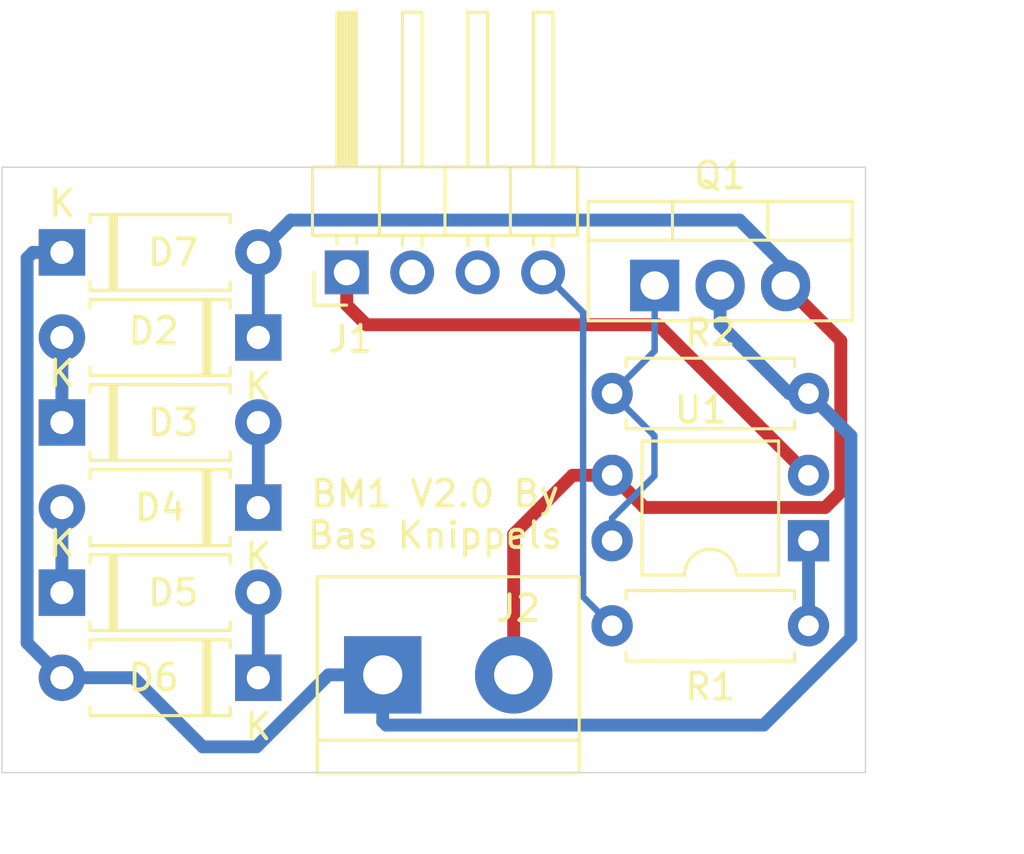
<source format=kicad_pcb>
(kicad_pcb (version 20171130) (host pcbnew "(5.1.6)-1")

  (general
    (thickness 1.6)
    (drawings 7)
    (tracks 49)
    (zones 0)
    (modules 13)
    (nets 13)
  )

  (page A4)
  (layers
    (0 F.Cu signal)
    (31 B.Cu signal)
    (32 B.Adhes user hide)
    (33 F.Adhes user hide)
    (34 B.Paste user hide)
    (35 F.Paste user hide)
    (36 B.SilkS user)
    (37 F.SilkS user)
    (38 B.Mask user hide)
    (39 F.Mask user hide)
    (40 Dwgs.User user)
    (41 Cmts.User user)
    (42 Eco1.User user hide)
    (43 Eco2.User user hide)
    (44 Edge.Cuts user)
    (45 Margin user hide)
    (46 B.CrtYd user hide)
    (47 F.CrtYd user hide)
    (48 B.Fab user hide)
    (49 F.Fab user hide)
  )

  (setup
    (last_trace_width 0.5)
    (user_trace_width 0.5)
    (trace_clearance 0.2)
    (zone_clearance 0.508)
    (zone_45_only no)
    (trace_min 0.2)
    (via_size 0.8)
    (via_drill 0.4)
    (via_min_size 0.4)
    (via_min_drill 0.3)
    (uvia_size 0.3)
    (uvia_drill 0.1)
    (uvias_allowed no)
    (uvia_min_size 0.2)
    (uvia_min_drill 0.1)
    (edge_width 0.05)
    (segment_width 0.2)
    (pcb_text_width 0.3)
    (pcb_text_size 1.5 1.5)
    (mod_edge_width 0.12)
    (mod_text_size 1 1)
    (mod_text_width 0.15)
    (pad_size 1.524 1.524)
    (pad_drill 0.762)
    (pad_to_mask_clearance 0.05)
    (aux_axis_origin 0 0)
    (visible_elements 7FFFFFFF)
    (pcbplotparams
      (layerselection 0x010fc_ffffffff)
      (usegerberextensions false)
      (usegerberattributes true)
      (usegerberadvancedattributes true)
      (creategerberjobfile true)
      (excludeedgelayer true)
      (linewidth 0.100000)
      (plotframeref false)
      (viasonmask false)
      (mode 1)
      (useauxorigin false)
      (hpglpennumber 1)
      (hpglpenspeed 20)
      (hpglpendiameter 15.000000)
      (psnegative false)
      (psa4output false)
      (plotreference true)
      (plotvalue true)
      (plotinvisibletext false)
      (padsonsilk false)
      (subtractmaskfromsilk false)
      (outputformat 1)
      (mirror false)
      (drillshape 0)
      (scaleselection 1)
      (outputdirectory ""))
  )

  (net 0 "")
  (net 1 "Net-(D2-Pad1)")
  (net 2 "Net-(D2-Pad2)")
  (net 3 "Net-(J1-Pad4)")
  (net 4 +5V)
  (net 5 GND)
  (net 6 "Net-(J1-Pad3)")
  (net 7 "Net-(D3-Pad2)")
  (net 8 "Net-(D4-Pad2)")
  (net 9 "Net-(D5-Pad2)")
  (net 10 "Net-(D6-Pad2)")
  (net 11 "Net-(Q1-Pad1)")
  (net 12 "Net-(R1-Pad1)")

  (net_class Default "This is the default net class."
    (clearance 0.2)
    (trace_width 0.25)
    (via_dia 0.8)
    (via_drill 0.4)
    (uvia_dia 0.3)
    (uvia_drill 0.1)
    (add_net +5V)
    (add_net GND)
    (add_net "Net-(D2-Pad1)")
    (add_net "Net-(D2-Pad2)")
    (add_net "Net-(D3-Pad2)")
    (add_net "Net-(D4-Pad2)")
    (add_net "Net-(D5-Pad2)")
    (add_net "Net-(D6-Pad2)")
    (add_net "Net-(J1-Pad3)")
    (add_net "Net-(J1-Pad4)")
    (add_net "Net-(Q1-Pad1)")
    (add_net "Net-(R1-Pad1)")
  )

  (module Resistor_THT:R_Axial_DIN0207_L6.3mm_D2.5mm_P7.62mm_Horizontal (layer F.Cu) (tedit 5AE5139B) (tstamp 61D9204A)
    (at 105.291 114.554 180)
    (descr "Resistor, Axial_DIN0207 series, Axial, Horizontal, pin pitch=7.62mm, 0.25W = 1/4W, length*diameter=6.3*2.5mm^2, http://cdn-reichelt.de/documents/datenblatt/B400/1_4W%23YAG.pdf")
    (tags "Resistor Axial_DIN0207 series Axial Horizontal pin pitch 7.62mm 0.25W = 1/4W length 6.3mm diameter 2.5mm")
    (path /5FFB6D67)
    (fp_text reference R1 (at 3.81 -2.37) (layer F.SilkS)
      (effects (font (size 1 1) (thickness 0.15)))
    )
    (fp_text value 330 (at 3.81 2.37) (layer F.Fab)
      (effects (font (size 1 1) (thickness 0.15)))
    )
    (fp_text user %R (at 3.81 0) (layer F.Fab)
      (effects (font (size 1 1) (thickness 0.15)))
    )
    (fp_line (start 0.66 -1.25) (end 0.66 1.25) (layer F.Fab) (width 0.1))
    (fp_line (start 0.66 1.25) (end 6.96 1.25) (layer F.Fab) (width 0.1))
    (fp_line (start 6.96 1.25) (end 6.96 -1.25) (layer F.Fab) (width 0.1))
    (fp_line (start 6.96 -1.25) (end 0.66 -1.25) (layer F.Fab) (width 0.1))
    (fp_line (start 0 0) (end 0.66 0) (layer F.Fab) (width 0.1))
    (fp_line (start 7.62 0) (end 6.96 0) (layer F.Fab) (width 0.1))
    (fp_line (start 0.54 -1.04) (end 0.54 -1.37) (layer F.SilkS) (width 0.12))
    (fp_line (start 0.54 -1.37) (end 7.08 -1.37) (layer F.SilkS) (width 0.12))
    (fp_line (start 7.08 -1.37) (end 7.08 -1.04) (layer F.SilkS) (width 0.12))
    (fp_line (start 0.54 1.04) (end 0.54 1.37) (layer F.SilkS) (width 0.12))
    (fp_line (start 0.54 1.37) (end 7.08 1.37) (layer F.SilkS) (width 0.12))
    (fp_line (start 7.08 1.37) (end 7.08 1.04) (layer F.SilkS) (width 0.12))
    (fp_line (start -1.05 -1.5) (end -1.05 1.5) (layer F.CrtYd) (width 0.05))
    (fp_line (start -1.05 1.5) (end 8.67 1.5) (layer F.CrtYd) (width 0.05))
    (fp_line (start 8.67 1.5) (end 8.67 -1.5) (layer F.CrtYd) (width 0.05))
    (fp_line (start 8.67 -1.5) (end -1.05 -1.5) (layer F.CrtYd) (width 0.05))
    (pad 2 thru_hole oval (at 7.62 0 180) (size 1.6 1.6) (drill 0.8) (layers *.Cu *.Mask)
      (net 3 "Net-(J1-Pad4)"))
    (pad 1 thru_hole circle (at 0 0 180) (size 1.6 1.6) (drill 0.8) (layers *.Cu *.Mask)
      (net 12 "Net-(R1-Pad1)"))
    (model ${KISYS3DMOD}/Resistor_THT.3dshapes/R_Axial_DIN0207_L6.3mm_D2.5mm_P7.62mm_Horizontal.wrl
      (at (xyz 0 0 0))
      (scale (xyz 1 1 1))
      (rotate (xyz 0 0 0))
    )
  )

  (module Diode_THT:D_A-405_P7.62mm_Horizontal (layer F.Cu) (tedit 5AE50CD5) (tstamp 600D44AB)
    (at 76.327 100.06)
    (descr "Diode, A-405 series, Axial, Horizontal, pin pitch=7.62mm, , length*diameter=5.2*2.7mm^2, , http://www.diodes.com/_files/packages/A-405.pdf")
    (tags "Diode A-405 series Axial Horizontal pin pitch 7.62mm  length 5.2mm diameter 2.7mm")
    (path /60122965)
    (fp_text reference D7 (at 4.318 0) (layer F.SilkS)
      (effects (font (size 1 1) (thickness 0.15)))
    )
    (fp_text value D (at 3.81 2.47) (layer F.Fab)
      (effects (font (size 1 1) (thickness 0.15)))
    )
    (fp_line (start 1.21 -1.35) (end 1.21 1.35) (layer F.Fab) (width 0.1))
    (fp_line (start 1.21 1.35) (end 6.41 1.35) (layer F.Fab) (width 0.1))
    (fp_line (start 6.41 1.35) (end 6.41 -1.35) (layer F.Fab) (width 0.1))
    (fp_line (start 6.41 -1.35) (end 1.21 -1.35) (layer F.Fab) (width 0.1))
    (fp_line (start 0 0) (end 1.21 0) (layer F.Fab) (width 0.1))
    (fp_line (start 7.62 0) (end 6.41 0) (layer F.Fab) (width 0.1))
    (fp_line (start 1.99 -1.35) (end 1.99 1.35) (layer F.Fab) (width 0.1))
    (fp_line (start 2.09 -1.35) (end 2.09 1.35) (layer F.Fab) (width 0.1))
    (fp_line (start 1.89 -1.35) (end 1.89 1.35) (layer F.Fab) (width 0.1))
    (fp_line (start 1.09 -1.14) (end 1.09 -1.47) (layer F.SilkS) (width 0.12))
    (fp_line (start 1.09 -1.47) (end 6.53 -1.47) (layer F.SilkS) (width 0.12))
    (fp_line (start 6.53 -1.47) (end 6.53 -1.14) (layer F.SilkS) (width 0.12))
    (fp_line (start 1.09 1.14) (end 1.09 1.47) (layer F.SilkS) (width 0.12))
    (fp_line (start 1.09 1.47) (end 6.53 1.47) (layer F.SilkS) (width 0.12))
    (fp_line (start 6.53 1.47) (end 6.53 1.14) (layer F.SilkS) (width 0.12))
    (fp_line (start 1.99 -1.47) (end 1.99 1.47) (layer F.SilkS) (width 0.12))
    (fp_line (start 2.11 -1.47) (end 2.11 1.47) (layer F.SilkS) (width 0.12))
    (fp_line (start 1.87 -1.47) (end 1.87 1.47) (layer F.SilkS) (width 0.12))
    (fp_line (start -1.15 -1.6) (end -1.15 1.6) (layer F.CrtYd) (width 0.05))
    (fp_line (start -1.15 1.6) (end 8.77 1.6) (layer F.CrtYd) (width 0.05))
    (fp_line (start 8.77 1.6) (end 8.77 -1.6) (layer F.CrtYd) (width 0.05))
    (fp_line (start 8.77 -1.6) (end -1.15 -1.6) (layer F.CrtYd) (width 0.05))
    (fp_text user K (at 0 -1.9) (layer F.SilkS)
      (effects (font (size 1 1) (thickness 0.15)))
    )
    (fp_text user K (at 0 -1.9) (layer F.Fab)
      (effects (font (size 1 1) (thickness 0.15)))
    )
    (fp_text user %R (at 4.2 0) (layer F.Fab)
      (effects (font (size 1 1) (thickness 0.15)))
    )
    (pad 2 thru_hole oval (at 7.62 0) (size 1.8 1.8) (drill 0.9) (layers *.Cu *.Mask)
      (net 1 "Net-(D2-Pad1)"))
    (pad 1 thru_hole rect (at 0 0) (size 1.8 1.8) (drill 0.9) (layers *.Cu *.Mask)
      (net 10 "Net-(D6-Pad2)"))
    (model ${KISYS3DMOD}/Diode_THT.3dshapes/D_A-405_P7.62mm_Horizontal.wrl
      (at (xyz 0 0 0))
      (scale (xyz 1 1 1))
      (rotate (xyz 0 0 0))
    )
  )

  (module Diode_THT:D_A-405_P7.62mm_Horizontal (layer F.Cu) (tedit 5AE50CD5) (tstamp 600D5A65)
    (at 83.947 116.57 180)
    (descr "Diode, A-405 series, Axial, Horizontal, pin pitch=7.62mm, , length*diameter=5.2*2.7mm^2, , http://www.diodes.com/_files/packages/A-405.pdf")
    (tags "Diode A-405 series Axial Horizontal pin pitch 7.62mm  length 5.2mm diameter 2.7mm")
    (path /60121F9B)
    (fp_text reference D6 (at 4.064 0) (layer F.SilkS)
      (effects (font (size 1 1) (thickness 0.15)))
    )
    (fp_text value D (at 3.81 2.47) (layer F.Fab)
      (effects (font (size 1 1) (thickness 0.15)))
    )
    (fp_line (start 1.21 -1.35) (end 1.21 1.35) (layer F.Fab) (width 0.1))
    (fp_line (start 1.21 1.35) (end 6.41 1.35) (layer F.Fab) (width 0.1))
    (fp_line (start 6.41 1.35) (end 6.41 -1.35) (layer F.Fab) (width 0.1))
    (fp_line (start 6.41 -1.35) (end 1.21 -1.35) (layer F.Fab) (width 0.1))
    (fp_line (start 0 0) (end 1.21 0) (layer F.Fab) (width 0.1))
    (fp_line (start 7.62 0) (end 6.41 0) (layer F.Fab) (width 0.1))
    (fp_line (start 1.99 -1.35) (end 1.99 1.35) (layer F.Fab) (width 0.1))
    (fp_line (start 2.09 -1.35) (end 2.09 1.35) (layer F.Fab) (width 0.1))
    (fp_line (start 1.89 -1.35) (end 1.89 1.35) (layer F.Fab) (width 0.1))
    (fp_line (start 1.09 -1.14) (end 1.09 -1.47) (layer F.SilkS) (width 0.12))
    (fp_line (start 1.09 -1.47) (end 6.53 -1.47) (layer F.SilkS) (width 0.12))
    (fp_line (start 6.53 -1.47) (end 6.53 -1.14) (layer F.SilkS) (width 0.12))
    (fp_line (start 1.09 1.14) (end 1.09 1.47) (layer F.SilkS) (width 0.12))
    (fp_line (start 1.09 1.47) (end 6.53 1.47) (layer F.SilkS) (width 0.12))
    (fp_line (start 6.53 1.47) (end 6.53 1.14) (layer F.SilkS) (width 0.12))
    (fp_line (start 1.99 -1.47) (end 1.99 1.47) (layer F.SilkS) (width 0.12))
    (fp_line (start 2.11 -1.47) (end 2.11 1.47) (layer F.SilkS) (width 0.12))
    (fp_line (start 1.87 -1.47) (end 1.87 1.47) (layer F.SilkS) (width 0.12))
    (fp_line (start -1.15 -1.6) (end -1.15 1.6) (layer F.CrtYd) (width 0.05))
    (fp_line (start -1.15 1.6) (end 8.77 1.6) (layer F.CrtYd) (width 0.05))
    (fp_line (start 8.77 1.6) (end 8.77 -1.6) (layer F.CrtYd) (width 0.05))
    (fp_line (start 8.77 -1.6) (end -1.15 -1.6) (layer F.CrtYd) (width 0.05))
    (fp_text user K (at 0 -1.9) (layer F.SilkS)
      (effects (font (size 1 1) (thickness 0.15)))
    )
    (fp_text user K (at 0 -1.9) (layer F.Fab)
      (effects (font (size 1 1) (thickness 0.15)))
    )
    (fp_text user %R (at 4.2 0) (layer F.Fab)
      (effects (font (size 1 1) (thickness 0.15)))
    )
    (pad 2 thru_hole oval (at 7.62 0 180) (size 1.8 1.8) (drill 0.9) (layers *.Cu *.Mask)
      (net 10 "Net-(D6-Pad2)"))
    (pad 1 thru_hole rect (at 0 0 180) (size 1.8 1.8) (drill 0.9) (layers *.Cu *.Mask)
      (net 9 "Net-(D5-Pad2)"))
    (model ${KISYS3DMOD}/Diode_THT.3dshapes/D_A-405_P7.62mm_Horizontal.wrl
      (at (xyz 0 0 0))
      (scale (xyz 1 1 1))
      (rotate (xyz 0 0 0))
    )
  )

  (module Diode_THT:D_A-405_P7.62mm_Horizontal (layer F.Cu) (tedit 5AE50CD5) (tstamp 600D442F)
    (at 76.327 106.664)
    (descr "Diode, A-405 series, Axial, Horizontal, pin pitch=7.62mm, , length*diameter=5.2*2.7mm^2, , http://www.diodes.com/_files/packages/A-405.pdf")
    (tags "Diode A-405 series Axial Horizontal pin pitch 7.62mm  length 5.2mm diameter 2.7mm")
    (path /601218B8)
    (fp_text reference D3 (at 4.318 0) (layer F.SilkS)
      (effects (font (size 1 1) (thickness 0.15)))
    )
    (fp_text value D (at 3.81 2.47) (layer F.Fab)
      (effects (font (size 1 1) (thickness 0.15)))
    )
    (fp_line (start 1.21 -1.35) (end 1.21 1.35) (layer F.Fab) (width 0.1))
    (fp_line (start 1.21 1.35) (end 6.41 1.35) (layer F.Fab) (width 0.1))
    (fp_line (start 6.41 1.35) (end 6.41 -1.35) (layer F.Fab) (width 0.1))
    (fp_line (start 6.41 -1.35) (end 1.21 -1.35) (layer F.Fab) (width 0.1))
    (fp_line (start 0 0) (end 1.21 0) (layer F.Fab) (width 0.1))
    (fp_line (start 7.62 0) (end 6.41 0) (layer F.Fab) (width 0.1))
    (fp_line (start 1.99 -1.35) (end 1.99 1.35) (layer F.Fab) (width 0.1))
    (fp_line (start 2.09 -1.35) (end 2.09 1.35) (layer F.Fab) (width 0.1))
    (fp_line (start 1.89 -1.35) (end 1.89 1.35) (layer F.Fab) (width 0.1))
    (fp_line (start 1.09 -1.14) (end 1.09 -1.47) (layer F.SilkS) (width 0.12))
    (fp_line (start 1.09 -1.47) (end 6.53 -1.47) (layer F.SilkS) (width 0.12))
    (fp_line (start 6.53 -1.47) (end 6.53 -1.14) (layer F.SilkS) (width 0.12))
    (fp_line (start 1.09 1.14) (end 1.09 1.47) (layer F.SilkS) (width 0.12))
    (fp_line (start 1.09 1.47) (end 6.53 1.47) (layer F.SilkS) (width 0.12))
    (fp_line (start 6.53 1.47) (end 6.53 1.14) (layer F.SilkS) (width 0.12))
    (fp_line (start 1.99 -1.47) (end 1.99 1.47) (layer F.SilkS) (width 0.12))
    (fp_line (start 2.11 -1.47) (end 2.11 1.47) (layer F.SilkS) (width 0.12))
    (fp_line (start 1.87 -1.47) (end 1.87 1.47) (layer F.SilkS) (width 0.12))
    (fp_line (start -1.15 -1.6) (end -1.15 1.6) (layer F.CrtYd) (width 0.05))
    (fp_line (start -1.15 1.6) (end 8.77 1.6) (layer F.CrtYd) (width 0.05))
    (fp_line (start 8.77 1.6) (end 8.77 -1.6) (layer F.CrtYd) (width 0.05))
    (fp_line (start 8.77 -1.6) (end -1.15 -1.6) (layer F.CrtYd) (width 0.05))
    (fp_text user K (at 0 -1.9) (layer F.SilkS)
      (effects (font (size 1 1) (thickness 0.15)))
    )
    (fp_text user K (at 0 -1.9) (layer F.Fab)
      (effects (font (size 1 1) (thickness 0.15)))
    )
    (fp_text user %R (at 4.2 0) (layer F.Fab)
      (effects (font (size 1 1) (thickness 0.15)))
    )
    (pad 2 thru_hole oval (at 7.62 0) (size 1.8 1.8) (drill 0.9) (layers *.Cu *.Mask)
      (net 7 "Net-(D3-Pad2)"))
    (pad 1 thru_hole rect (at 0 0) (size 1.8 1.8) (drill 0.9) (layers *.Cu *.Mask)
      (net 2 "Net-(D2-Pad2)"))
    (model ${KISYS3DMOD}/Diode_THT.3dshapes/D_A-405_P7.62mm_Horizontal.wrl
      (at (xyz 0 0 0))
      (scale (xyz 1 1 1))
      (rotate (xyz 0 0 0))
    )
  )

  (module Diode_THT:D_A-405_P7.62mm_Horizontal (layer F.Cu) (tedit 5AE50CD5) (tstamp 600D444E)
    (at 83.947 109.966 180)
    (descr "Diode, A-405 series, Axial, Horizontal, pin pitch=7.62mm, , length*diameter=5.2*2.7mm^2, , http://www.diodes.com/_files/packages/A-405.pdf")
    (tags "Diode A-405 series Axial Horizontal pin pitch 7.62mm  length 5.2mm diameter 2.7mm")
    (path /60121AB2)
    (fp_text reference D4 (at 3.81 0) (layer F.SilkS)
      (effects (font (size 1 1) (thickness 0.15)))
    )
    (fp_text value D (at 3.81 2.47) (layer F.Fab)
      (effects (font (size 1 1) (thickness 0.15)))
    )
    (fp_line (start 1.21 -1.35) (end 1.21 1.35) (layer F.Fab) (width 0.1))
    (fp_line (start 1.21 1.35) (end 6.41 1.35) (layer F.Fab) (width 0.1))
    (fp_line (start 6.41 1.35) (end 6.41 -1.35) (layer F.Fab) (width 0.1))
    (fp_line (start 6.41 -1.35) (end 1.21 -1.35) (layer F.Fab) (width 0.1))
    (fp_line (start 0 0) (end 1.21 0) (layer F.Fab) (width 0.1))
    (fp_line (start 7.62 0) (end 6.41 0) (layer F.Fab) (width 0.1))
    (fp_line (start 1.99 -1.35) (end 1.99 1.35) (layer F.Fab) (width 0.1))
    (fp_line (start 2.09 -1.35) (end 2.09 1.35) (layer F.Fab) (width 0.1))
    (fp_line (start 1.89 -1.35) (end 1.89 1.35) (layer F.Fab) (width 0.1))
    (fp_line (start 1.09 -1.14) (end 1.09 -1.47) (layer F.SilkS) (width 0.12))
    (fp_line (start 1.09 -1.47) (end 6.53 -1.47) (layer F.SilkS) (width 0.12))
    (fp_line (start 6.53 -1.47) (end 6.53 -1.14) (layer F.SilkS) (width 0.12))
    (fp_line (start 1.09 1.14) (end 1.09 1.47) (layer F.SilkS) (width 0.12))
    (fp_line (start 1.09 1.47) (end 6.53 1.47) (layer F.SilkS) (width 0.12))
    (fp_line (start 6.53 1.47) (end 6.53 1.14) (layer F.SilkS) (width 0.12))
    (fp_line (start 1.99 -1.47) (end 1.99 1.47) (layer F.SilkS) (width 0.12))
    (fp_line (start 2.11 -1.47) (end 2.11 1.47) (layer F.SilkS) (width 0.12))
    (fp_line (start 1.87 -1.47) (end 1.87 1.47) (layer F.SilkS) (width 0.12))
    (fp_line (start -1.15 -1.6) (end -1.15 1.6) (layer F.CrtYd) (width 0.05))
    (fp_line (start -1.15 1.6) (end 8.77 1.6) (layer F.CrtYd) (width 0.05))
    (fp_line (start 8.77 1.6) (end 8.77 -1.6) (layer F.CrtYd) (width 0.05))
    (fp_line (start 8.77 -1.6) (end -1.15 -1.6) (layer F.CrtYd) (width 0.05))
    (fp_text user K (at 0 -1.9) (layer F.SilkS)
      (effects (font (size 1 1) (thickness 0.15)))
    )
    (fp_text user K (at 0 -1.9) (layer F.Fab)
      (effects (font (size 1 1) (thickness 0.15)))
    )
    (fp_text user %R (at 4.2 0) (layer F.Fab)
      (effects (font (size 1 1) (thickness 0.15)))
    )
    (pad 2 thru_hole oval (at 7.62 0 180) (size 1.8 1.8) (drill 0.9) (layers *.Cu *.Mask)
      (net 8 "Net-(D4-Pad2)"))
    (pad 1 thru_hole rect (at 0 0 180) (size 1.8 1.8) (drill 0.9) (layers *.Cu *.Mask)
      (net 7 "Net-(D3-Pad2)"))
    (model ${KISYS3DMOD}/Diode_THT.3dshapes/D_A-405_P7.62mm_Horizontal.wrl
      (at (xyz 0 0 0))
      (scale (xyz 1 1 1))
      (rotate (xyz 0 0 0))
    )
  )

  (module MountingHole:MountingHole_3.2mm_M3 (layer F.Cu) (tedit 56D1B4CB) (tstamp 5FFB3C26)
    (at 91.313 106.172)
    (descr "Mounting Hole 3.2mm, no annular, M3")
    (tags "mounting hole 3.2mm no annular m3")
    (attr virtual)
    (fp_text reference REF** (at 0 -4.2) (layer F.Fab)
      (effects (font (size 1 1) (thickness 0.15)))
    )
    (fp_text value MountingHole_3.2mm_M3 (at 0 4.2) (layer F.Fab)
      (effects (font (size 1 1) (thickness 0.15)))
    )
    (fp_circle (center 0 0) (end 3.45 0) (layer F.CrtYd) (width 0.05))
    (fp_circle (center 0 0) (end 3.2 0) (layer Cmts.User) (width 0.15))
    (fp_text user %R (at 0.3 0) (layer F.Fab)
      (effects (font (size 1 1) (thickness 0.15)))
    )
    (pad 1 np_thru_hole circle (at 0 0) (size 3.2 3.2) (drill 3.2) (layers *.Cu *.Mask))
  )

  (module Resistor_THT:R_Axial_DIN0207_L6.3mm_D2.5mm_P7.62mm_Horizontal (layer F.Cu) (tedit 5AE5139B) (tstamp 61D90D49)
    (at 97.671 105.537)
    (descr "Resistor, Axial_DIN0207 series, Axial, Horizontal, pin pitch=7.62mm, 0.25W = 1/4W, length*diameter=6.3*2.5mm^2, http://cdn-reichelt.de/documents/datenblatt/B400/1_4W%23YAG.pdf")
    (tags "Resistor Axial_DIN0207 series Axial Horizontal pin pitch 7.62mm 0.25W = 1/4W length 6.3mm diameter 2.5mm")
    (path /61E40A93)
    (fp_text reference R2 (at 3.81 -2.37) (layer F.SilkS)
      (effects (font (size 1 1) (thickness 0.15)))
    )
    (fp_text value 1k (at 3.81 2.37) (layer F.Fab)
      (effects (font (size 1 1) (thickness 0.15)))
    )
    (fp_text user %R (at 3.81 0) (layer F.Fab)
      (effects (font (size 1 1) (thickness 0.15)))
    )
    (fp_line (start 0.66 -1.25) (end 0.66 1.25) (layer F.Fab) (width 0.1))
    (fp_line (start 0.66 1.25) (end 6.96 1.25) (layer F.Fab) (width 0.1))
    (fp_line (start 6.96 1.25) (end 6.96 -1.25) (layer F.Fab) (width 0.1))
    (fp_line (start 6.96 -1.25) (end 0.66 -1.25) (layer F.Fab) (width 0.1))
    (fp_line (start 0 0) (end 0.66 0) (layer F.Fab) (width 0.1))
    (fp_line (start 7.62 0) (end 6.96 0) (layer F.Fab) (width 0.1))
    (fp_line (start 0.54 -1.04) (end 0.54 -1.37) (layer F.SilkS) (width 0.12))
    (fp_line (start 0.54 -1.37) (end 7.08 -1.37) (layer F.SilkS) (width 0.12))
    (fp_line (start 7.08 -1.37) (end 7.08 -1.04) (layer F.SilkS) (width 0.12))
    (fp_line (start 0.54 1.04) (end 0.54 1.37) (layer F.SilkS) (width 0.12))
    (fp_line (start 0.54 1.37) (end 7.08 1.37) (layer F.SilkS) (width 0.12))
    (fp_line (start 7.08 1.37) (end 7.08 1.04) (layer F.SilkS) (width 0.12))
    (fp_line (start -1.05 -1.5) (end -1.05 1.5) (layer F.CrtYd) (width 0.05))
    (fp_line (start -1.05 1.5) (end 8.67 1.5) (layer F.CrtYd) (width 0.05))
    (fp_line (start 8.67 1.5) (end 8.67 -1.5) (layer F.CrtYd) (width 0.05))
    (fp_line (start 8.67 -1.5) (end -1.05 -1.5) (layer F.CrtYd) (width 0.05))
    (pad 2 thru_hole oval (at 7.62 0) (size 1.6 1.6) (drill 0.8) (layers *.Cu *.Mask)
      (net 10 "Net-(D6-Pad2)"))
    (pad 1 thru_hole circle (at 0 0) (size 1.6 1.6) (drill 0.8) (layers *.Cu *.Mask)
      (net 11 "Net-(Q1-Pad1)"))
    (model ${KISYS3DMOD}/Resistor_THT.3dshapes/R_Axial_DIN0207_L6.3mm_D2.5mm_P7.62mm_Horizontal.wrl
      (at (xyz 0 0 0))
      (scale (xyz 1 1 1))
      (rotate (xyz 0 0 0))
    )
  )

  (module Package_TO_SOT_THT:TO-220-3_Vertical (layer F.Cu) (tedit 5AC8BA0D) (tstamp 61D90D1C)
    (at 99.322 101.346)
    (descr "TO-220-3, Vertical, RM 2.54mm, see https://www.vishay.com/docs/66542/to-220-1.pdf")
    (tags "TO-220-3 Vertical RM 2.54mm")
    (path /61E39AC4)
    (fp_text reference Q1 (at 2.54 -4.27) (layer F.SilkS)
      (effects (font (size 1 1) (thickness 0.15)))
    )
    (fp_text value IRF540N (at 2.54 2.5) (layer F.Fab)
      (effects (font (size 1 1) (thickness 0.15)))
    )
    (fp_text user %R (at 2.54 -4.27) (layer F.Fab)
      (effects (font (size 1 1) (thickness 0.15)))
    )
    (fp_line (start -2.46 -3.15) (end -2.46 1.25) (layer F.Fab) (width 0.1))
    (fp_line (start -2.46 1.25) (end 7.54 1.25) (layer F.Fab) (width 0.1))
    (fp_line (start 7.54 1.25) (end 7.54 -3.15) (layer F.Fab) (width 0.1))
    (fp_line (start 7.54 -3.15) (end -2.46 -3.15) (layer F.Fab) (width 0.1))
    (fp_line (start -2.46 -1.88) (end 7.54 -1.88) (layer F.Fab) (width 0.1))
    (fp_line (start 0.69 -3.15) (end 0.69 -1.88) (layer F.Fab) (width 0.1))
    (fp_line (start 4.39 -3.15) (end 4.39 -1.88) (layer F.Fab) (width 0.1))
    (fp_line (start -2.58 -3.27) (end 7.66 -3.27) (layer F.SilkS) (width 0.12))
    (fp_line (start -2.58 1.371) (end 7.66 1.371) (layer F.SilkS) (width 0.12))
    (fp_line (start -2.58 -3.27) (end -2.58 1.371) (layer F.SilkS) (width 0.12))
    (fp_line (start 7.66 -3.27) (end 7.66 1.371) (layer F.SilkS) (width 0.12))
    (fp_line (start -2.58 -1.76) (end 7.66 -1.76) (layer F.SilkS) (width 0.12))
    (fp_line (start 0.69 -3.27) (end 0.69 -1.76) (layer F.SilkS) (width 0.12))
    (fp_line (start 4.391 -3.27) (end 4.391 -1.76) (layer F.SilkS) (width 0.12))
    (fp_line (start -2.71 -3.4) (end -2.71 1.51) (layer F.CrtYd) (width 0.05))
    (fp_line (start -2.71 1.51) (end 7.79 1.51) (layer F.CrtYd) (width 0.05))
    (fp_line (start 7.79 1.51) (end 7.79 -3.4) (layer F.CrtYd) (width 0.05))
    (fp_line (start 7.79 -3.4) (end -2.71 -3.4) (layer F.CrtYd) (width 0.05))
    (pad 3 thru_hole oval (at 5.08 0) (size 1.905 2) (drill 1.1) (layers *.Cu *.Mask)
      (net 1 "Net-(D2-Pad1)"))
    (pad 2 thru_hole oval (at 2.54 0) (size 1.905 2) (drill 1.1) (layers *.Cu *.Mask)
      (net 10 "Net-(D6-Pad2)"))
    (pad 1 thru_hole rect (at 0 0) (size 1.905 2) (drill 1.1) (layers *.Cu *.Mask)
      (net 11 "Net-(Q1-Pad1)"))
    (model ${KISYS3DMOD}/Package_TO_SOT_THT.3dshapes/TO-220-3_Vertical.wrl
      (at (xyz 0 0 0))
      (scale (xyz 1 1 1))
      (rotate (xyz 0 0 0))
    )
  )

  (module Package_DIP:DIP-4_W7.62mm (layer F.Cu) (tedit 5A02E8C5) (tstamp 61D90D61)
    (at 105.291 111.252 180)
    (descr "4-lead though-hole mounted DIP package, row spacing 7.62 mm (300 mils)")
    (tags "THT DIP DIL PDIP 2.54mm 7.62mm 300mil")
    (path /61E3A698)
    (fp_text reference U1 (at 4.191 5.08) (layer F.SilkS)
      (effects (font (size 1 1) (thickness 0.15)))
    )
    (fp_text value SFH617A-1 (at 3.81 4.87) (layer F.Fab)
      (effects (font (size 1 1) (thickness 0.15)))
    )
    (fp_text user %R (at 3.81 1.27) (layer F.Fab)
      (effects (font (size 1 1) (thickness 0.15)))
    )
    (fp_arc (start 3.81 -1.33) (end 2.81 -1.33) (angle -180) (layer F.SilkS) (width 0.12))
    (fp_line (start 1.635 -1.27) (end 6.985 -1.27) (layer F.Fab) (width 0.1))
    (fp_line (start 6.985 -1.27) (end 6.985 3.81) (layer F.Fab) (width 0.1))
    (fp_line (start 6.985 3.81) (end 0.635 3.81) (layer F.Fab) (width 0.1))
    (fp_line (start 0.635 3.81) (end 0.635 -0.27) (layer F.Fab) (width 0.1))
    (fp_line (start 0.635 -0.27) (end 1.635 -1.27) (layer F.Fab) (width 0.1))
    (fp_line (start 2.81 -1.33) (end 1.16 -1.33) (layer F.SilkS) (width 0.12))
    (fp_line (start 1.16 -1.33) (end 1.16 3.87) (layer F.SilkS) (width 0.12))
    (fp_line (start 1.16 3.87) (end 6.46 3.87) (layer F.SilkS) (width 0.12))
    (fp_line (start 6.46 3.87) (end 6.46 -1.33) (layer F.SilkS) (width 0.12))
    (fp_line (start 6.46 -1.33) (end 4.81 -1.33) (layer F.SilkS) (width 0.12))
    (fp_line (start -1.1 -1.55) (end -1.1 4.1) (layer F.CrtYd) (width 0.05))
    (fp_line (start -1.1 4.1) (end 8.7 4.1) (layer F.CrtYd) (width 0.05))
    (fp_line (start 8.7 4.1) (end 8.7 -1.55) (layer F.CrtYd) (width 0.05))
    (fp_line (start 8.7 -1.55) (end -1.1 -1.55) (layer F.CrtYd) (width 0.05))
    (pad 4 thru_hole oval (at 7.62 0 180) (size 1.6 1.6) (drill 0.8) (layers *.Cu *.Mask)
      (net 11 "Net-(Q1-Pad1)"))
    (pad 2 thru_hole oval (at 0 2.54 180) (size 1.6 1.6) (drill 0.8) (layers *.Cu *.Mask)
      (net 5 GND))
    (pad 3 thru_hole oval (at 7.62 2.54 180) (size 1.6 1.6) (drill 0.8) (layers *.Cu *.Mask)
      (net 1 "Net-(D2-Pad1)"))
    (pad 1 thru_hole rect (at 0 0 180) (size 1.6 1.6) (drill 0.8) (layers *.Cu *.Mask)
      (net 12 "Net-(R1-Pad1)"))
    (model ${KISYS3DMOD}/Package_DIP.3dshapes/DIP-4_W7.62mm.wrl
      (at (xyz 0 0 0))
      (scale (xyz 1 1 1))
      (rotate (xyz 0 0 0))
    )
  )

  (module Connector_PinHeader_2.54mm:PinHeader_1x04_P2.54mm_Horizontal (layer F.Cu) (tedit 59FED5CB) (tstamp 5FFB0A57)
    (at 87.376 100.838 90)
    (descr "Through hole angled pin header, 1x04, 2.54mm pitch, 6mm pin length, single row")
    (tags "Through hole angled pin header THT 1x04 2.54mm single row")
    (path /5FFB7ED1)
    (fp_text reference J1 (at -2.58 0.1512 180) (layer F.SilkS)
      (effects (font (size 1 1) (thickness 0.15)))
    )
    (fp_text value HEADER_3 (at 4.385 9.89 90) (layer F.Fab)
      (effects (font (size 1 1) (thickness 0.15)))
    )
    (fp_line (start 2.135 -1.27) (end 4.04 -1.27) (layer F.Fab) (width 0.1))
    (fp_line (start 4.04 -1.27) (end 4.04 8.89) (layer F.Fab) (width 0.1))
    (fp_line (start 4.04 8.89) (end 1.5 8.89) (layer F.Fab) (width 0.1))
    (fp_line (start 1.5 8.89) (end 1.5 -0.635) (layer F.Fab) (width 0.1))
    (fp_line (start 1.5 -0.635) (end 2.135 -1.27) (layer F.Fab) (width 0.1))
    (fp_line (start -0.32 -0.32) (end 1.5 -0.32) (layer F.Fab) (width 0.1))
    (fp_line (start -0.32 -0.32) (end -0.32 0.32) (layer F.Fab) (width 0.1))
    (fp_line (start -0.32 0.32) (end 1.5 0.32) (layer F.Fab) (width 0.1))
    (fp_line (start 4.04 -0.32) (end 10.04 -0.32) (layer F.Fab) (width 0.1))
    (fp_line (start 10.04 -0.32) (end 10.04 0.32) (layer F.Fab) (width 0.1))
    (fp_line (start 4.04 0.32) (end 10.04 0.32) (layer F.Fab) (width 0.1))
    (fp_line (start -0.32 2.22) (end 1.5 2.22) (layer F.Fab) (width 0.1))
    (fp_line (start -0.32 2.22) (end -0.32 2.86) (layer F.Fab) (width 0.1))
    (fp_line (start -0.32 2.86) (end 1.5 2.86) (layer F.Fab) (width 0.1))
    (fp_line (start 4.04 2.22) (end 10.04 2.22) (layer F.Fab) (width 0.1))
    (fp_line (start 10.04 2.22) (end 10.04 2.86) (layer F.Fab) (width 0.1))
    (fp_line (start 4.04 2.86) (end 10.04 2.86) (layer F.Fab) (width 0.1))
    (fp_line (start -0.32 4.76) (end 1.5 4.76) (layer F.Fab) (width 0.1))
    (fp_line (start -0.32 4.76) (end -0.32 5.4) (layer F.Fab) (width 0.1))
    (fp_line (start -0.32 5.4) (end 1.5 5.4) (layer F.Fab) (width 0.1))
    (fp_line (start 4.04 4.76) (end 10.04 4.76) (layer F.Fab) (width 0.1))
    (fp_line (start 10.04 4.76) (end 10.04 5.4) (layer F.Fab) (width 0.1))
    (fp_line (start 4.04 5.4) (end 10.04 5.4) (layer F.Fab) (width 0.1))
    (fp_line (start -0.32 7.3) (end 1.5 7.3) (layer F.Fab) (width 0.1))
    (fp_line (start -0.32 7.3) (end -0.32 7.94) (layer F.Fab) (width 0.1))
    (fp_line (start -0.32 7.94) (end 1.5 7.94) (layer F.Fab) (width 0.1))
    (fp_line (start 4.04 7.3) (end 10.04 7.3) (layer F.Fab) (width 0.1))
    (fp_line (start 10.04 7.3) (end 10.04 7.94) (layer F.Fab) (width 0.1))
    (fp_line (start 4.04 7.94) (end 10.04 7.94) (layer F.Fab) (width 0.1))
    (fp_line (start 1.44 -1.33) (end 1.44 8.95) (layer F.SilkS) (width 0.12))
    (fp_line (start 1.44 8.95) (end 4.1 8.95) (layer F.SilkS) (width 0.12))
    (fp_line (start 4.1 8.95) (end 4.1 -1.33) (layer F.SilkS) (width 0.12))
    (fp_line (start 4.1 -1.33) (end 1.44 -1.33) (layer F.SilkS) (width 0.12))
    (fp_line (start 4.1 -0.38) (end 10.1 -0.38) (layer F.SilkS) (width 0.12))
    (fp_line (start 10.1 -0.38) (end 10.1 0.38) (layer F.SilkS) (width 0.12))
    (fp_line (start 10.1 0.38) (end 4.1 0.38) (layer F.SilkS) (width 0.12))
    (fp_line (start 4.1 -0.32) (end 10.1 -0.32) (layer F.SilkS) (width 0.12))
    (fp_line (start 4.1 -0.2) (end 10.1 -0.2) (layer F.SilkS) (width 0.12))
    (fp_line (start 4.1 -0.08) (end 10.1 -0.08) (layer F.SilkS) (width 0.12))
    (fp_line (start 4.1 0.04) (end 10.1 0.04) (layer F.SilkS) (width 0.12))
    (fp_line (start 4.1 0.16) (end 10.1 0.16) (layer F.SilkS) (width 0.12))
    (fp_line (start 4.1 0.28) (end 10.1 0.28) (layer F.SilkS) (width 0.12))
    (fp_line (start 1.11 -0.38) (end 1.44 -0.38) (layer F.SilkS) (width 0.12))
    (fp_line (start 1.11 0.38) (end 1.44 0.38) (layer F.SilkS) (width 0.12))
    (fp_line (start 1.44 1.27) (end 4.1 1.27) (layer F.SilkS) (width 0.12))
    (fp_line (start 4.1 2.16) (end 10.1 2.16) (layer F.SilkS) (width 0.12))
    (fp_line (start 10.1 2.16) (end 10.1 2.92) (layer F.SilkS) (width 0.12))
    (fp_line (start 10.1 2.92) (end 4.1 2.92) (layer F.SilkS) (width 0.12))
    (fp_line (start 1.042929 2.16) (end 1.44 2.16) (layer F.SilkS) (width 0.12))
    (fp_line (start 1.042929 2.92) (end 1.44 2.92) (layer F.SilkS) (width 0.12))
    (fp_line (start 1.44 3.81) (end 4.1 3.81) (layer F.SilkS) (width 0.12))
    (fp_line (start 4.1 4.7) (end 10.1 4.7) (layer F.SilkS) (width 0.12))
    (fp_line (start 10.1 4.7) (end 10.1 5.46) (layer F.SilkS) (width 0.12))
    (fp_line (start 10.1 5.46) (end 4.1 5.46) (layer F.SilkS) (width 0.12))
    (fp_line (start 1.042929 4.7) (end 1.44 4.7) (layer F.SilkS) (width 0.12))
    (fp_line (start 1.042929 5.46) (end 1.44 5.46) (layer F.SilkS) (width 0.12))
    (fp_line (start 1.44 6.35) (end 4.1 6.35) (layer F.SilkS) (width 0.12))
    (fp_line (start 4.1 7.24) (end 10.1 7.24) (layer F.SilkS) (width 0.12))
    (fp_line (start 10.1 7.24) (end 10.1 8) (layer F.SilkS) (width 0.12))
    (fp_line (start 10.1 8) (end 4.1 8) (layer F.SilkS) (width 0.12))
    (fp_line (start 1.042929 7.24) (end 1.44 7.24) (layer F.SilkS) (width 0.12))
    (fp_line (start 1.042929 8) (end 1.44 8) (layer F.SilkS) (width 0.12))
    (fp_line (start -1.27 0) (end -1.27 -1.27) (layer F.SilkS) (width 0.12))
    (fp_line (start -1.27 -1.27) (end 0 -1.27) (layer F.SilkS) (width 0.12))
    (fp_line (start -1.8 -1.8) (end -1.8 9.4) (layer F.CrtYd) (width 0.05))
    (fp_line (start -1.8 9.4) (end 10.55 9.4) (layer F.CrtYd) (width 0.05))
    (fp_line (start 10.55 9.4) (end 10.55 -1.8) (layer F.CrtYd) (width 0.05))
    (fp_line (start 10.55 -1.8) (end -1.8 -1.8) (layer F.CrtYd) (width 0.05))
    (fp_text user %R (at 2.77 3.81) (layer F.Fab)
      (effects (font (size 1 1) (thickness 0.15)))
    )
    (pad 1 thru_hole rect (at 0 0 90) (size 1.7 1.7) (drill 1) (layers *.Cu *.Mask)
      (net 5 GND))
    (pad 2 thru_hole oval (at 0 2.54 90) (size 1.7 1.7) (drill 1) (layers *.Cu *.Mask)
      (net 4 +5V))
    (pad 3 thru_hole oval (at 0 5.08 90) (size 1.7 1.7) (drill 1) (layers *.Cu *.Mask)
      (net 6 "Net-(J1-Pad3)"))
    (pad 4 thru_hole oval (at 0 7.62 90) (size 1.7 1.7) (drill 1) (layers *.Cu *.Mask)
      (net 3 "Net-(J1-Pad4)"))
    (model ${KISYS3DMOD}/Connector_PinHeader_2.54mm.3dshapes/PinHeader_1x04_P2.54mm_Horizontal.wrl
      (at (xyz 0 0 0))
      (scale (xyz 1 1 1))
      (rotate (xyz 0 0 0))
    )
  )

  (module Diode_THT:D_A-405_P7.62mm_Horizontal (layer F.Cu) (tedit 5AE50CD5) (tstamp 600D4410)
    (at 83.947 103.362 180)
    (descr "Diode, A-405 series, Axial, Horizontal, pin pitch=7.62mm, , length*diameter=5.2*2.7mm^2, , http://www.diodes.com/_files/packages/A-405.pdf")
    (tags "Diode A-405 series Axial Horizontal pin pitch 7.62mm  length 5.2mm diameter 2.7mm")
    (path /60121597)
    (fp_text reference D2 (at 4.064 0.254) (layer F.SilkS)
      (effects (font (size 1 1) (thickness 0.15)))
    )
    (fp_text value D (at 3.81 2.47) (layer F.Fab)
      (effects (font (size 1 1) (thickness 0.15)))
    )
    (fp_line (start 1.21 -1.35) (end 1.21 1.35) (layer F.Fab) (width 0.1))
    (fp_line (start 1.21 1.35) (end 6.41 1.35) (layer F.Fab) (width 0.1))
    (fp_line (start 6.41 1.35) (end 6.41 -1.35) (layer F.Fab) (width 0.1))
    (fp_line (start 6.41 -1.35) (end 1.21 -1.35) (layer F.Fab) (width 0.1))
    (fp_line (start 0 0) (end 1.21 0) (layer F.Fab) (width 0.1))
    (fp_line (start 7.62 0) (end 6.41 0) (layer F.Fab) (width 0.1))
    (fp_line (start 1.99 -1.35) (end 1.99 1.35) (layer F.Fab) (width 0.1))
    (fp_line (start 2.09 -1.35) (end 2.09 1.35) (layer F.Fab) (width 0.1))
    (fp_line (start 1.89 -1.35) (end 1.89 1.35) (layer F.Fab) (width 0.1))
    (fp_line (start 1.09 -1.14) (end 1.09 -1.47) (layer F.SilkS) (width 0.12))
    (fp_line (start 1.09 -1.47) (end 6.53 -1.47) (layer F.SilkS) (width 0.12))
    (fp_line (start 6.53 -1.47) (end 6.53 -1.14) (layer F.SilkS) (width 0.12))
    (fp_line (start 1.09 1.14) (end 1.09 1.47) (layer F.SilkS) (width 0.12))
    (fp_line (start 1.09 1.47) (end 6.53 1.47) (layer F.SilkS) (width 0.12))
    (fp_line (start 6.53 1.47) (end 6.53 1.14) (layer F.SilkS) (width 0.12))
    (fp_line (start 1.99 -1.47) (end 1.99 1.47) (layer F.SilkS) (width 0.12))
    (fp_line (start 2.11 -1.47) (end 2.11 1.47) (layer F.SilkS) (width 0.12))
    (fp_line (start 1.87 -1.47) (end 1.87 1.47) (layer F.SilkS) (width 0.12))
    (fp_line (start -1.15 -1.6) (end -1.15 1.6) (layer F.CrtYd) (width 0.05))
    (fp_line (start -1.15 1.6) (end 8.77 1.6) (layer F.CrtYd) (width 0.05))
    (fp_line (start 8.77 1.6) (end 8.77 -1.6) (layer F.CrtYd) (width 0.05))
    (fp_line (start 8.77 -1.6) (end -1.15 -1.6) (layer F.CrtYd) (width 0.05))
    (fp_text user K (at 0 -1.9) (layer F.SilkS)
      (effects (font (size 1 1) (thickness 0.15)))
    )
    (fp_text user K (at 0 -1.9) (layer F.Fab)
      (effects (font (size 1 1) (thickness 0.15)))
    )
    (fp_text user %R (at 4.2 0) (layer F.Fab)
      (effects (font (size 1 1) (thickness 0.15)))
    )
    (pad 2 thru_hole oval (at 7.62 0 180) (size 1.8 1.8) (drill 0.9) (layers *.Cu *.Mask)
      (net 2 "Net-(D2-Pad2)"))
    (pad 1 thru_hole rect (at 0 0 180) (size 1.8 1.8) (drill 0.9) (layers *.Cu *.Mask)
      (net 1 "Net-(D2-Pad1)"))
    (model ${KISYS3DMOD}/Diode_THT.3dshapes/D_A-405_P7.62mm_Horizontal.wrl
      (at (xyz 0 0 0))
      (scale (xyz 1 1 1))
      (rotate (xyz 0 0 0))
    )
  )

  (module TerminalBlock:TerminalBlock_bornier-2_P5.08mm (layer F.Cu) (tedit 59FF03AB) (tstamp 5FFB44D5)
    (at 88.773 116.459)
    (descr "simple 2-pin terminal block, pitch 5.08mm, revamped version of bornier2")
    (tags "terminal block bornier2")
    (path /5FFBB06D)
    (fp_text reference J2 (at 5.252 -2.5836) (layer F.SilkS)
      (effects (font (size 1 1) (thickness 0.15)))
    )
    (fp_text value Screw_Terminal_01x02 (at 2.54 5.08) (layer F.Fab)
      (effects (font (size 1 1) (thickness 0.15)))
    )
    (fp_line (start -2.41 2.55) (end 7.49 2.55) (layer F.Fab) (width 0.1))
    (fp_line (start -2.46 -3.75) (end -2.46 3.75) (layer F.Fab) (width 0.1))
    (fp_line (start -2.46 3.75) (end 7.54 3.75) (layer F.Fab) (width 0.1))
    (fp_line (start 7.54 3.75) (end 7.54 -3.75) (layer F.Fab) (width 0.1))
    (fp_line (start 7.54 -3.75) (end -2.46 -3.75) (layer F.Fab) (width 0.1))
    (fp_line (start 7.62 2.54) (end -2.54 2.54) (layer F.SilkS) (width 0.12))
    (fp_line (start 7.62 3.81) (end 7.62 -3.81) (layer F.SilkS) (width 0.12))
    (fp_line (start 7.62 -3.81) (end -2.54 -3.81) (layer F.SilkS) (width 0.12))
    (fp_line (start -2.54 -3.81) (end -2.54 3.81) (layer F.SilkS) (width 0.12))
    (fp_line (start -2.54 3.81) (end 7.62 3.81) (layer F.SilkS) (width 0.12))
    (fp_line (start -2.71 -4) (end 7.79 -4) (layer F.CrtYd) (width 0.05))
    (fp_line (start -2.71 -4) (end -2.71 4) (layer F.CrtYd) (width 0.05))
    (fp_line (start 7.79 4) (end 7.79 -4) (layer F.CrtYd) (width 0.05))
    (fp_line (start 7.79 4) (end -2.71 4) (layer F.CrtYd) (width 0.05))
    (fp_text user %R (at 2.54 0) (layer F.Fab)
      (effects (font (size 1 1) (thickness 0.15)))
    )
    (pad 1 thru_hole rect (at 0 0) (size 3 3) (drill 1.52) (layers *.Cu *.Mask)
      (net 10 "Net-(D6-Pad2)"))
    (pad 2 thru_hole circle (at 5.08 0) (size 3 3) (drill 1.52) (layers *.Cu *.Mask)
      (net 1 "Net-(D2-Pad1)"))
    (model ${KISYS3DMOD}/TerminalBlock.3dshapes/TerminalBlock_bornier-2_P5.08mm.wrl
      (offset (xyz 2.539999961853027 0 0))
      (scale (xyz 1 1 1))
      (rotate (xyz 0 0 0))
    )
  )

  (module Diode_THT:D_A-405_P7.62mm_Horizontal (layer F.Cu) (tedit 5AE50CD5) (tstamp 600D446D)
    (at 76.327 113.268)
    (descr "Diode, A-405 series, Axial, Horizontal, pin pitch=7.62mm, , length*diameter=5.2*2.7mm^2, , http://www.diodes.com/_files/packages/A-405.pdf")
    (tags "Diode A-405 series Axial Horizontal pin pitch 7.62mm  length 5.2mm diameter 2.7mm")
    (path /60121DB0)
    (fp_text reference D5 (at 4.318 0) (layer F.SilkS)
      (effects (font (size 1 1) (thickness 0.15)))
    )
    (fp_text value D (at 3.81 2.47) (layer F.Fab)
      (effects (font (size 1 1) (thickness 0.15)))
    )
    (fp_line (start 1.21 -1.35) (end 1.21 1.35) (layer F.Fab) (width 0.1))
    (fp_line (start 1.21 1.35) (end 6.41 1.35) (layer F.Fab) (width 0.1))
    (fp_line (start 6.41 1.35) (end 6.41 -1.35) (layer F.Fab) (width 0.1))
    (fp_line (start 6.41 -1.35) (end 1.21 -1.35) (layer F.Fab) (width 0.1))
    (fp_line (start 0 0) (end 1.21 0) (layer F.Fab) (width 0.1))
    (fp_line (start 7.62 0) (end 6.41 0) (layer F.Fab) (width 0.1))
    (fp_line (start 1.99 -1.35) (end 1.99 1.35) (layer F.Fab) (width 0.1))
    (fp_line (start 2.09 -1.35) (end 2.09 1.35) (layer F.Fab) (width 0.1))
    (fp_line (start 1.89 -1.35) (end 1.89 1.35) (layer F.Fab) (width 0.1))
    (fp_line (start 1.09 -1.14) (end 1.09 -1.47) (layer F.SilkS) (width 0.12))
    (fp_line (start 1.09 -1.47) (end 6.53 -1.47) (layer F.SilkS) (width 0.12))
    (fp_line (start 6.53 -1.47) (end 6.53 -1.14) (layer F.SilkS) (width 0.12))
    (fp_line (start 1.09 1.14) (end 1.09 1.47) (layer F.SilkS) (width 0.12))
    (fp_line (start 1.09 1.47) (end 6.53 1.47) (layer F.SilkS) (width 0.12))
    (fp_line (start 6.53 1.47) (end 6.53 1.14) (layer F.SilkS) (width 0.12))
    (fp_line (start 1.99 -1.47) (end 1.99 1.47) (layer F.SilkS) (width 0.12))
    (fp_line (start 2.11 -1.47) (end 2.11 1.47) (layer F.SilkS) (width 0.12))
    (fp_line (start 1.87 -1.47) (end 1.87 1.47) (layer F.SilkS) (width 0.12))
    (fp_line (start -1.15 -1.6) (end -1.15 1.6) (layer F.CrtYd) (width 0.05))
    (fp_line (start -1.15 1.6) (end 8.77 1.6) (layer F.CrtYd) (width 0.05))
    (fp_line (start 8.77 1.6) (end 8.77 -1.6) (layer F.CrtYd) (width 0.05))
    (fp_line (start 8.77 -1.6) (end -1.15 -1.6) (layer F.CrtYd) (width 0.05))
    (fp_text user K (at 0 -1.9) (layer F.SilkS)
      (effects (font (size 1 1) (thickness 0.15)))
    )
    (fp_text user K (at 0 -1.9) (layer F.Fab)
      (effects (font (size 1 1) (thickness 0.15)))
    )
    (fp_text user %R (at 4.2 0) (layer F.Fab)
      (effects (font (size 1 1) (thickness 0.15)))
    )
    (pad 2 thru_hole oval (at 7.62 0) (size 1.8 1.8) (drill 0.9) (layers *.Cu *.Mask)
      (net 9 "Net-(D5-Pad2)"))
    (pad 1 thru_hole rect (at 0 0) (size 1.8 1.8) (drill 0.9) (layers *.Cu *.Mask)
      (net 8 "Net-(D4-Pad2)"))
    (model ${KISYS3DMOD}/Diode_THT.3dshapes/D_A-405_P7.62mm_Horizontal.wrl
      (at (xyz 0 0 0))
      (scale (xyz 1 1 1))
      (rotate (xyz 0 0 0))
    )
  )

  (gr_text "BM1 V2.0 By\nBas Knippels" (at 90.805 110.236) (layer F.SilkS)
    (effects (font (size 1 1) (thickness 0.15)))
  )
  (dimension 23.5 (width 0.15) (layer Dwgs.User)
    (gr_text "23.500 mm" (at 112.3 108.504 90) (layer Dwgs.User)
      (effects (font (size 1 1) (thickness 0.15)))
    )
    (feature1 (pts (xy 107.5 96.754) (xy 111.586421 96.754)))
    (feature2 (pts (xy 107.5 120.254) (xy 111.586421 120.254)))
    (crossbar (pts (xy 111 120.254) (xy 111 96.754)))
    (arrow1a (pts (xy 111 96.754) (xy 111.586421 97.880504)))
    (arrow1b (pts (xy 111 96.754) (xy 110.413579 97.880504)))
    (arrow2a (pts (xy 111 120.254) (xy 111.586421 119.127496)))
    (arrow2b (pts (xy 111 120.254) (xy 110.413579 119.127496)))
  )
  (dimension 33.5 (width 0.15) (layer Dwgs.User)
    (gr_text "33.500 mm" (at 90.75 124.053999) (layer Dwgs.User)
      (effects (font (size 1 1) (thickness 0.15)))
    )
    (feature1 (pts (xy 107.5 120.254) (xy 107.5 123.34042)))
    (feature2 (pts (xy 74 120.254) (xy 74 123.34042)))
    (crossbar (pts (xy 74 122.753999) (xy 107.5 122.753999)))
    (arrow1a (pts (xy 107.5 122.753999) (xy 106.373496 123.34042)))
    (arrow1b (pts (xy 107.5 122.753999) (xy 106.373496 122.167578)))
    (arrow2a (pts (xy 74 122.753999) (xy 75.126504 123.34042)))
    (arrow2b (pts (xy 74 122.753999) (xy 75.126504 122.167578)))
  )
  (gr_line (start 74 120.254) (end 107.5 120.254) (layer Edge.Cuts) (width 0.05) (tstamp 61D92786))
  (gr_line (start 74 96.754) (end 74 120.254) (layer Edge.Cuts) (width 0.05))
  (gr_line (start 107.5 96.754) (end 74 96.754) (layer Edge.Cuts) (width 0.05))
  (gr_line (start 107.5 120.254) (end 107.5 96.754) (layer Edge.Cuts) (width 0.05))

  (segment (start 104.402 101.346) (end 104.402 100.592) (width 0.5) (layer B.Cu) (net 1))
  (segment (start 104.402 100.592) (end 102.616 98.806) (width 0.5) (layer B.Cu) (net 1))
  (segment (start 85.201 98.806) (end 83.947 100.06) (width 0.5) (layer B.Cu) (net 1))
  (segment (start 102.616 98.806) (end 85.201 98.806) (width 0.5) (layer B.Cu) (net 1))
  (segment (start 83.947 100.06) (end 83.947 103.362) (width 0.5) (layer B.Cu) (net 1))
  (segment (start 98.921001 109.962001) (end 97.671 108.712) (width 0.5) (layer F.Cu) (net 1))
  (segment (start 105.937999 109.962001) (end 98.921001 109.962001) (width 0.5) (layer F.Cu) (net 1))
  (segment (start 106.541001 109.358999) (end 105.937999 109.962001) (width 0.5) (layer F.Cu) (net 1))
  (segment (start 106.541001 103.485001) (end 106.541001 109.358999) (width 0.5) (layer F.Cu) (net 1))
  (segment (start 104.402 101.346) (end 106.541001 103.485001) (width 0.5) (layer F.Cu) (net 1))
  (segment (start 97.671 108.712) (end 96.139 108.712) (width 0.5) (layer F.Cu) (net 1))
  (segment (start 93.853 110.998) (end 93.853 116.459) (width 0.5) (layer F.Cu) (net 1))
  (segment (start 96.139 108.712) (end 93.853 110.998) (width 0.5) (layer F.Cu) (net 1))
  (segment (start 76.327 103.362) (end 76.327 106.664) (width 0.5) (layer B.Cu) (net 2))
  (segment (start 96.545999 102.387999) (end 94.996 100.838) (width 0.25) (layer B.Cu) (net 3))
  (segment (start 96.545999 113.428999) (end 96.545999 102.387999) (width 0.25) (layer B.Cu) (net 3))
  (segment (start 97.671 114.554) (end 96.545999 113.428999) (width 0.25) (layer B.Cu) (net 3))
  (segment (start 105.291 108.712) (end 99.449 102.87) (width 0.5) (layer F.Cu) (net 5))
  (segment (start 99.449 102.87) (end 88.138 102.87) (width 0.5) (layer F.Cu) (net 5))
  (segment (start 87.376 102.108) (end 87.376 100.838) (width 0.5) (layer F.Cu) (net 5))
  (segment (start 88.138 102.87) (end 87.376 102.108) (width 0.5) (layer F.Cu) (net 5))
  (segment (start 83.947 109.966) (end 83.947 106.664) (width 0.5) (layer B.Cu) (net 7))
  (segment (start 76.327 113.268) (end 76.327 109.966) (width 0.5) (layer B.Cu) (net 8))
  (segment (start 83.947 113.268) (end 83.947 116.57) (width 0.5) (layer B.Cu) (net 9))
  (segment (start 88.773 116.459) (end 88.773 118.273) (width 0.5) (layer B.Cu) (net 10))
  (segment (start 88.773 118.273) (end 88.909001 118.409001) (width 0.5) (layer B.Cu) (net 10))
  (segment (start 101.862 101.346) (end 101.862 102.862) (width 0.5) (layer B.Cu) (net 10))
  (segment (start 104.537 105.537) (end 105.291 105.537) (width 0.5) (layer B.Cu) (net 10))
  (segment (start 101.862 102.862) (end 104.537 105.537) (width 0.5) (layer B.Cu) (net 10))
  (segment (start 105.291 105.537) (end 106.934 107.18) (width 0.5) (layer B.Cu) (net 10))
  (segment (start 106.934 115.025002) (end 103.550001 118.409001) (width 0.5) (layer B.Cu) (net 10))
  (segment (start 106.934 107.18) (end 106.934 115.025002) (width 0.5) (layer B.Cu) (net 10))
  (segment (start 88.909001 118.409001) (end 103.550001 118.409001) (width 0.5) (layer B.Cu) (net 10))
  (segment (start 74.976999 115.219999) (end 74.976999 100.283001) (width 0.5) (layer B.Cu) (net 10))
  (segment (start 76.327 116.57) (end 74.976999 115.219999) (width 0.5) (layer B.Cu) (net 10))
  (segment (start 75.2 100.06) (end 76.327 100.06) (width 0.5) (layer B.Cu) (net 10))
  (segment (start 74.976999 100.283001) (end 75.2 100.06) (width 0.5) (layer B.Cu) (net 10))
  (segment (start 76.327 116.57) (end 79.105 116.57) (width 0.5) (layer B.Cu) (net 10))
  (segment (start 79.105 116.57) (end 81.788 119.253) (width 0.5) (layer B.Cu) (net 10))
  (segment (start 83.874002 119.253) (end 86.668002 116.459) (width 0.5) (layer B.Cu) (net 10))
  (segment (start 81.788 119.253) (end 83.874002 119.253) (width 0.5) (layer B.Cu) (net 10))
  (segment (start 86.668002 116.459) (end 88.773 116.459) (width 0.5) (layer B.Cu) (net 10))
  (segment (start 99.322 103.886) (end 97.671 105.537) (width 0.25) (layer B.Cu) (net 11))
  (segment (start 99.322 101.346) (end 99.322 103.886) (width 0.25) (layer B.Cu) (net 11))
  (segment (start 97.671 105.537) (end 99.314 107.18) (width 0.25) (layer B.Cu) (net 11))
  (segment (start 97.671 110.377002) (end 97.671 111.252) (width 0.25) (layer B.Cu) (net 11))
  (segment (start 99.314 108.734002) (end 97.671 110.377002) (width 0.25) (layer B.Cu) (net 11))
  (segment (start 99.314 107.18) (end 99.314 108.734002) (width 0.25) (layer B.Cu) (net 11))
  (segment (start 105.291 114.554) (end 105.291 111.252) (width 0.5) (layer B.Cu) (net 12))

)

</source>
